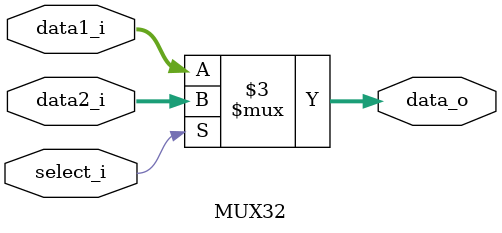
<source format=v>
module MUX32
(
    data1_i,
    data2_i,
    select_i,
    data_o
);

input   select_i;
input   [31:0]  data1_i;
input   [31:0]  data2_i;
output reg  [31:0]  data_o;

always@(*) begin
    if (select_i)
        data_o = data2_i;
    else
        data_o = data1_i;
end

endmodule

</source>
